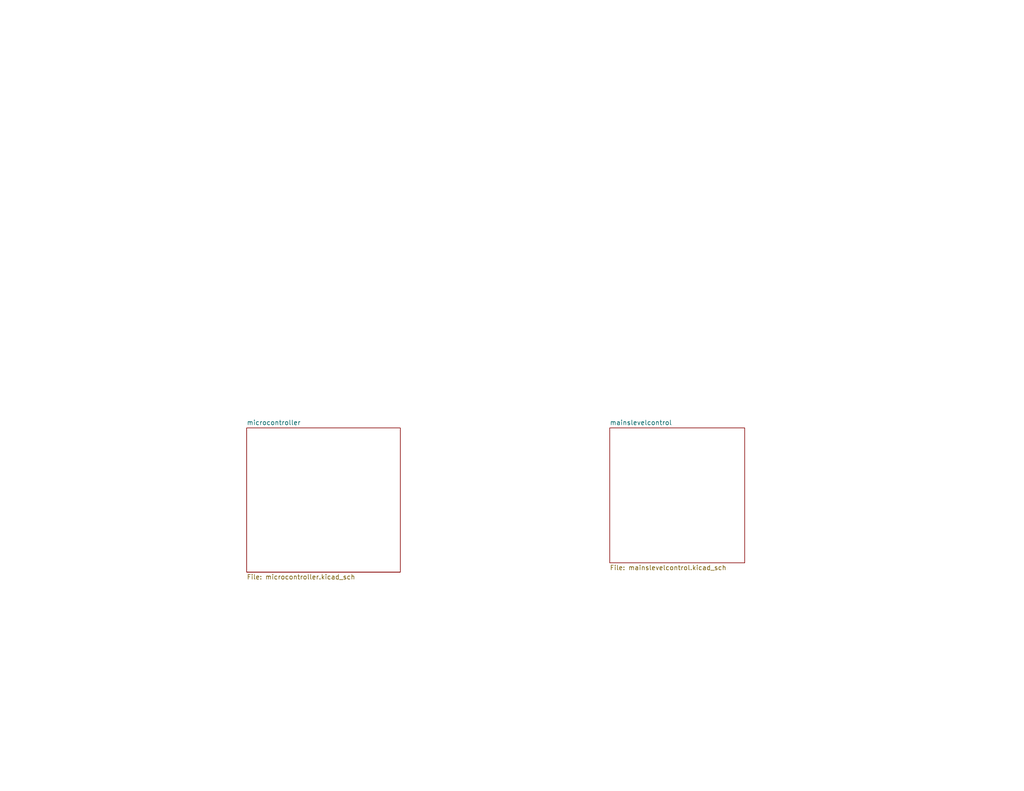
<source format=kicad_sch>
(kicad_sch (version 20211123) (generator eeschema)
  (paper "USLetter")
  (title_block (title "ToolAuth Hardware | Overview | ESP32-DEVKITC-V4") (date "2022-09-25") (rev "V2.1") (company "MakeHaven & Corey Rice") (comment 1 "Highest Level Overview"))
  (lib_symbols)
  (sheet (at 67.31 116.84) (size 41.91 39.37) (stroke (width 0.1524))
    (property "Sheet name" "microcontroller" (at 67.31 116.1284 0) (effects (justify left bottom)))
    (property "Sheet file" "microcontroller.kicad_sch" (at 67.31 156.7946 0) (effects (justify left top)))
  )
  (sheet (at 166.37 116.84) (size 36.83 36.83) (stroke (width 0.1524))
    (property "Sheet name" "mainslevelcontrol" (at 166.37 116.1284 0) (effects (justify left bottom)))
    (property "Sheet file" "mainslevelcontrol.kicad_sch" (at 166.37 154.2546 0) (effects (justify left top)))
  )
)
</source>
